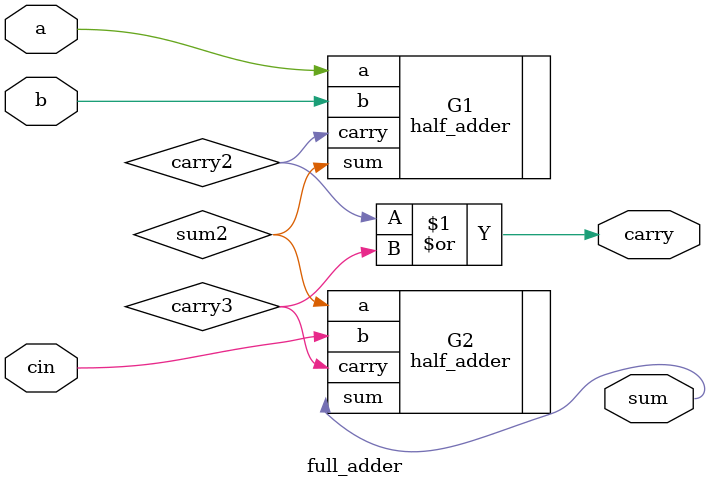
<source format=sv>
`timescale 1ns / 1ps


module full_adder(
    input logic a,
    input logic b,
    input logic cin,
    output logic sum,
    output logic carry
);
    // Intermediate signals
    logic sum2, carry2, carry3;

    // Instantiate two half adders
    half_adder G1 (.a(a), .b(b), .sum(sum2), .carry(carry2));
    half_adder G2 (.a(sum2), .b(cin), .sum(sum), .carry(carry3));

    // Final carry is the OR of the two half adder carries
    assign carry = carry2 | carry3;
endmodule


</source>
